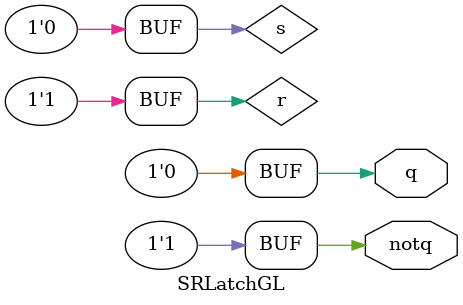
<source format=v>
module SRLatchGL(q,notq);
output q, notq;
wire r;
wire s;
assign r = 1'b1; // reset
assign s = 1'b0; // set
// RSlatch
nor(q, r, notq);
nor(notq, s, q);
endmodule
</source>
